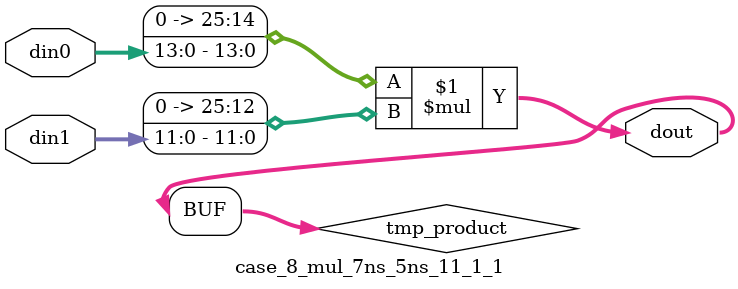
<source format=v>

`timescale 1 ns / 1 ps

 (* use_dsp = "no" *)  module case_8_mul_7ns_5ns_11_1_1(din0, din1, dout);
parameter ID = 1;
parameter NUM_STAGE = 0;
parameter din0_WIDTH = 14;
parameter din1_WIDTH = 12;
parameter dout_WIDTH = 26;

input [din0_WIDTH - 1 : 0] din0; 
input [din1_WIDTH - 1 : 0] din1; 
output [dout_WIDTH - 1 : 0] dout;

wire signed [dout_WIDTH - 1 : 0] tmp_product;
























assign tmp_product = $signed({1'b0, din0}) * $signed({1'b0, din1});











assign dout = tmp_product;





















endmodule

</source>
